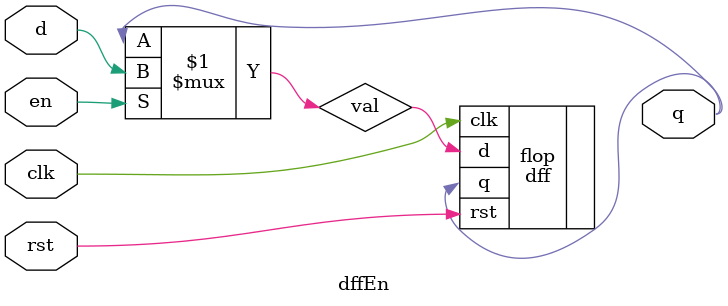
<source format=v>
module dffEn(d, q, en, clk, rst);
	output         q;
	input          d, en;
	input          clk;
	input          rst;

	wire val;


	assign val = en ? d : q;



	dff flop(.d(val), .q(q), .clk(clk), .rst(rst));


endmodule
</source>
